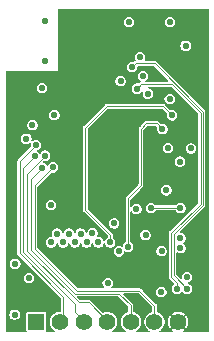
<source format=gbr>
%TF.GenerationSoftware,KiCad,Pcbnew,9.0.0*%
%TF.CreationDate,2025-04-27T20:43:47-05:00*%
%TF.ProjectId,ESP32_S3_CAM_wifi,45535033-325f-4533-935f-43414d5f7769,rev?*%
%TF.SameCoordinates,Original*%
%TF.FileFunction,Copper,L2,Inr*%
%TF.FilePolarity,Positive*%
%FSLAX46Y46*%
G04 Gerber Fmt 4.6, Leading zero omitted, Abs format (unit mm)*
G04 Created by KiCad (PCBNEW 9.0.0) date 2025-04-27 20:43:47*
%MOMM*%
%LPD*%
G01*
G04 APERTURE LIST*
%TA.AperFunction,ComponentPad*%
%ADD10C,0.500000*%
%TD*%
%TA.AperFunction,ComponentPad*%
%ADD11R,1.400000X1.400000*%
%TD*%
%TA.AperFunction,ComponentPad*%
%ADD12C,1.400000*%
%TD*%
%TA.AperFunction,ViaPad*%
%ADD13C,0.584200*%
%TD*%
%TA.AperFunction,Conductor*%
%ADD14C,0.101600*%
%TD*%
G04 APERTURE END LIST*
D10*
%TO.N,GND*%
%TO.C,U1*%
X159800000Y-81620000D03*
X159800000Y-82620000D03*
X159800000Y-83620000D03*
X160800000Y-81620000D03*
X160800000Y-82620000D03*
X160800000Y-83620000D03*
X161800000Y-81620000D03*
X161800000Y-82620000D03*
X161800000Y-83620000D03*
%TD*%
D11*
%TO.N,+BATT*%
%TO.C,J2*%
X154500000Y-97470000D03*
D12*
%TO.N,GPIO_1*%
X156500000Y-97470000D03*
%TO.N,GPIO_2*%
X158500000Y-97470000D03*
%TO.N,GPIO_3*%
X160500000Y-97470000D03*
%TO.N,GPIO_4*%
X162500000Y-97470000D03*
%TO.N,GPIO_5*%
X164500000Y-97470000D03*
%TO.N,GND*%
X166500000Y-97470000D03*
%TD*%
D13*
%TO.N,+3.3V*%
X163740000Y-90100000D03*
X167140000Y-74080000D03*
X160540000Y-94180000D03*
X154960000Y-77680000D03*
X167270000Y-93660000D03*
X165500000Y-86325000D03*
X156020000Y-79950000D03*
X166700000Y-90360000D03*
X161625000Y-77075000D03*
%TO.N,GPIO_1*%
X154460000Y-82510000D03*
%TO.N,GPIO_14*%
X157750000Y-90730000D03*
%TO.N,GPIO_11*%
X156250000Y-89990000D03*
%TO.N,SPICS0*%
X163280000Y-75060000D03*
X167580000Y-82780000D03*
%TO.N,GPIO_12*%
X156750000Y-90730000D03*
%TO.N,GND*%
X160800000Y-71400000D03*
X167680000Y-95790000D03*
X155000000Y-76600000D03*
X157140000Y-79000000D03*
X160480000Y-77610000D03*
X168340000Y-97440000D03*
X156750000Y-72400000D03*
X166030000Y-95850000D03*
X152630000Y-81000000D03*
X168470000Y-92910000D03*
X156750000Y-75400000D03*
X160800000Y-73400000D03*
X158800000Y-71400000D03*
X153520000Y-77340000D03*
X158800000Y-73400000D03*
X160800000Y-72400000D03*
X152480000Y-81970000D03*
X154000000Y-76600000D03*
X156750000Y-74400000D03*
X168530000Y-94550000D03*
X167610000Y-86680000D03*
X159800000Y-73400000D03*
X163425000Y-96025000D03*
X168410000Y-74450000D03*
X157800000Y-73400000D03*
X167610000Y-85090000D03*
X156750000Y-73400000D03*
X157800000Y-72400000D03*
X157800000Y-71400000D03*
X159800000Y-71400000D03*
X161410000Y-96040000D03*
X156750000Y-71400000D03*
X158800000Y-72400000D03*
X166500000Y-86325000D03*
X153520000Y-78280000D03*
X152620000Y-79900000D03*
X159800000Y-72400000D03*
X156000000Y-76600000D03*
%TO.N,GPIO_2*%
X154360000Y-83460000D03*
%TO.N,GPIO_38*%
X163940000Y-78140000D03*
%TO.N,GPIO_17*%
X159250000Y-89970000D03*
%TO.N,GPIO_3*%
X155245000Y-83395000D03*
%TO.N,GPIO_10*%
X155750000Y-90730000D03*
%TO.N,SPIWP*%
X165790000Y-78590000D03*
X166650000Y-83890000D03*
%TO.N,GPIO_13*%
X157250000Y-89990000D03*
%TO.N,CHIP_PU*%
X165823333Y-72080000D03*
X154170000Y-80800000D03*
%TO.N,unconnected-(AE1-NC-Pad2)*%
X155250000Y-72010000D03*
%TO.N,GPIO_0*%
X153650000Y-81950000D03*
X162330000Y-72080000D03*
%TO.N,SPIQ*%
X165650000Y-82730000D03*
X163530000Y-76630000D03*
%TO.N,Net-(C10-Pad1)*%
X166700000Y-91210000D03*
%TO.N,GPIO_48*%
X166000000Y-79975000D03*
X160750000Y-90730000D03*
%TO.N,GPIO_47*%
X162250000Y-91100000D03*
X165175000Y-81150000D03*
%TO.N,GPIO_16*%
X158750000Y-90730000D03*
%TO.N,AVCC_2V8*%
X161480000Y-91490000D03*
X165100000Y-91480000D03*
%TO.N,GPIO_40*%
X162600000Y-75880000D03*
X167270000Y-94660000D03*
%TO.N,GPIO_15*%
X158250000Y-89990000D03*
%TO.N,GPIO_18*%
X159750000Y-90730000D03*
%TO.N,GPIO_39*%
X166423333Y-94660000D03*
X163000000Y-77720000D03*
%TO.N,GPIO_4*%
X155000000Y-84450000D03*
%TO.N,USB-*%
X161090000Y-89130000D03*
%TO.N,USB+*%
X162970000Y-87910000D03*
%TO.N,GPIO_5*%
X155925000Y-84375000D03*
%TO.N,+BATT*%
X155750000Y-87560000D03*
X165075000Y-94925000D03*
%TO.N,VCC_1V3*%
X152710000Y-92540000D03*
%TO.N,Net-(J1-Pad17)*%
X166700000Y-87810000D03*
X164220000Y-87810000D03*
%TO.N,Net-(D1-K)*%
X153870000Y-93770000D03*
%TO.N,Net-(D2-K)*%
X152660000Y-96850000D03*
%TO.N,Net-(AE1-Pad1)*%
X155250000Y-75410000D03*
%TD*%
D14*
%TO.N,GPIO_1*%
X153090000Y-83880000D02*
X153090000Y-91665000D01*
X153090000Y-91665000D02*
X156760000Y-95335000D01*
X154460000Y-82510000D02*
X153090000Y-83880000D01*
X156760000Y-95335000D02*
X156760000Y-97140000D01*
X156760000Y-97140000D02*
X156500000Y-97400000D01*
%TO.N,GPIO_2*%
X158500000Y-97390000D02*
X158500000Y-97470000D01*
X157780000Y-96670000D02*
X158500000Y-97390000D01*
X154360000Y-83460000D02*
X153390000Y-84430000D01*
X153390000Y-91550000D02*
X157780000Y-95940000D01*
X158500000Y-97470000D02*
X158500000Y-97400000D01*
X157780000Y-95940000D02*
X157780000Y-96670000D01*
X153390000Y-84430000D02*
X153390000Y-91550000D01*
%TO.N,GPIO_3*%
X158107500Y-95820000D02*
X158920000Y-95820000D01*
X153720000Y-91432500D02*
X158107500Y-95820000D01*
X155245000Y-83395000D02*
X153720000Y-84920000D01*
X153720000Y-84920000D02*
X153720000Y-91432500D01*
X158920000Y-95820000D02*
X160500000Y-97400000D01*
%TO.N,GPIO_48*%
X158650000Y-81030000D02*
X160460000Y-79220000D01*
X165245000Y-79220000D02*
X166000000Y-79975000D01*
X160750000Y-90090000D02*
X158650000Y-87990000D01*
X158650000Y-87990000D02*
X158650000Y-81030000D01*
X160750000Y-90730000D02*
X160750000Y-90090000D01*
X160460000Y-79220000D02*
X165245000Y-79220000D01*
%TO.N,GPIO_47*%
X164695000Y-80670000D02*
X165175000Y-81150000D01*
X163350000Y-81130000D02*
X163810000Y-80670000D01*
X162250000Y-87000000D02*
X163350000Y-85900000D01*
X163350000Y-85900000D02*
X163350000Y-81130000D01*
X162250000Y-91100000D02*
X162250000Y-87000000D01*
X163810000Y-80670000D02*
X164695000Y-80670000D01*
%TO.N,GPIO_40*%
X166150000Y-93540000D02*
X167270000Y-94660000D01*
X168604200Y-79665418D02*
X168604200Y-87545800D01*
X168604200Y-87545800D02*
X166150000Y-90000000D01*
X162900000Y-75580000D02*
X164518782Y-75580000D01*
X164518782Y-75580000D02*
X168604200Y-79665418D01*
X162630000Y-75850000D02*
X162900000Y-75580000D01*
X166150000Y-90000000D02*
X166150000Y-93540000D01*
%TO.N,GPIO_39*%
X165900000Y-89950000D02*
X165900000Y-93650000D01*
X168400000Y-79750000D02*
X168400000Y-87450000D01*
X165900000Y-93650000D02*
X166423333Y-94173333D01*
X168400000Y-87450000D02*
X165900000Y-89950000D01*
X162980000Y-77720000D02*
X163350000Y-77350000D01*
X166423333Y-94173333D02*
X166423333Y-94660000D01*
X166000000Y-77350000D02*
X168400000Y-79750000D01*
X163350000Y-77350000D02*
X166000000Y-77350000D01*
%TO.N,GPIO_4*%
X154040000Y-85410000D02*
X154040000Y-91340000D01*
X154040000Y-91340000D02*
X157770000Y-95070000D01*
X157770000Y-95070000D02*
X161510000Y-95070000D01*
X162500000Y-96060000D02*
X162500000Y-97400000D01*
X155000000Y-84450000D02*
X154040000Y-85410000D01*
X161510000Y-95070000D02*
X162500000Y-96060000D01*
%TO.N,GPIO_5*%
X155925000Y-84375000D02*
X154380000Y-85920000D01*
X163230000Y-94830000D02*
X164500000Y-96100000D01*
X164500000Y-96100000D02*
X164500000Y-97400000D01*
X157955000Y-94830000D02*
X163230000Y-94830000D01*
X154380000Y-85920000D02*
X154380000Y-91255000D01*
X154380000Y-91255000D02*
X157955000Y-94830000D01*
%TO.N,Net-(J1-Pad17)*%
X164220000Y-87810000D02*
X166700000Y-87810000D01*
%TD*%
%TA.AperFunction,Conductor*%
%TO.N,GND*%
G36*
X169070238Y-70967593D02*
G01*
X169095958Y-71012142D01*
X169097100Y-71025200D01*
X169097100Y-98271900D01*
X169079507Y-98320238D01*
X169034958Y-98345958D01*
X169021900Y-98347100D01*
X166969508Y-98347100D01*
X166921170Y-98329507D01*
X166895450Y-98284958D01*
X166904383Y-98234300D01*
X166927729Y-98209374D01*
X167043370Y-98132104D01*
X167048855Y-98126618D01*
X167048855Y-98126617D01*
X166724502Y-97802264D01*
X166745606Y-97790080D01*
X166820080Y-97715606D01*
X166832264Y-97694501D01*
X167156618Y-98018855D01*
X167162104Y-98013370D01*
X167255385Y-97873765D01*
X167319640Y-97718639D01*
X167319641Y-97718637D01*
X167352400Y-97553955D01*
X167352400Y-97386044D01*
X167319641Y-97221362D01*
X167319640Y-97221360D01*
X167255385Y-97066234D01*
X167162105Y-96926630D01*
X167162097Y-96926621D01*
X167156620Y-96921144D01*
X167156618Y-96921144D01*
X166832264Y-97245497D01*
X166820080Y-97224394D01*
X166745606Y-97149920D01*
X166724501Y-97137735D01*
X167048855Y-96813381D01*
X167048855Y-96813379D01*
X167043378Y-96807902D01*
X167043369Y-96807894D01*
X166903765Y-96714614D01*
X166748639Y-96650359D01*
X166748637Y-96650358D01*
X166583956Y-96617600D01*
X166416044Y-96617600D01*
X166251362Y-96650358D01*
X166251360Y-96650359D01*
X166096234Y-96714614D01*
X165956633Y-96807893D01*
X165956625Y-96807899D01*
X165951143Y-96813380D01*
X166275498Y-97137735D01*
X166254394Y-97149920D01*
X166179920Y-97224394D01*
X166167735Y-97245498D01*
X165843380Y-96921144D01*
X165837899Y-96926625D01*
X165837893Y-96926633D01*
X165744614Y-97066234D01*
X165680359Y-97221360D01*
X165680358Y-97221362D01*
X165647600Y-97386044D01*
X165647600Y-97553955D01*
X165680358Y-97718637D01*
X165680359Y-97718639D01*
X165744614Y-97873765D01*
X165837894Y-98013369D01*
X165837902Y-98013378D01*
X165843379Y-98018855D01*
X165843381Y-98018855D01*
X166167735Y-97694500D01*
X166179920Y-97715606D01*
X166254394Y-97790080D01*
X166275497Y-97802264D01*
X165951144Y-98126618D01*
X165951144Y-98126620D01*
X165956621Y-98132097D01*
X165956630Y-98132105D01*
X166072271Y-98209374D01*
X166102688Y-98250857D01*
X166099323Y-98302187D01*
X166063752Y-98339345D01*
X166030492Y-98347100D01*
X164970408Y-98347100D01*
X164922070Y-98329507D01*
X164896350Y-98284958D01*
X164905283Y-98234300D01*
X164928627Y-98209374D01*
X165043692Y-98132491D01*
X165162491Y-98013692D01*
X165255830Y-97874000D01*
X165320124Y-97718782D01*
X165352900Y-97554003D01*
X165352900Y-97385997D01*
X165320124Y-97221218D01*
X165255830Y-97066000D01*
X165162491Y-96926308D01*
X165162488Y-96926305D01*
X165162486Y-96926302D01*
X165043697Y-96807513D01*
X165043694Y-96807511D01*
X165043692Y-96807509D01*
X164904000Y-96714170D01*
X164903261Y-96713864D01*
X164750122Y-96650431D01*
X164712197Y-96615678D01*
X164703700Y-96580955D01*
X164703700Y-96059482D01*
X164703700Y-96059481D01*
X164672689Y-95984613D01*
X164615387Y-95927311D01*
X164615386Y-95927310D01*
X163554490Y-94866415D01*
X164630000Y-94866415D01*
X164630000Y-94983585D01*
X164643428Y-95033700D01*
X164660326Y-95096766D01*
X164718910Y-95198236D01*
X164801763Y-95281089D01*
X164903233Y-95339673D01*
X164903235Y-95339673D01*
X164903236Y-95339674D01*
X165016415Y-95370000D01*
X165016418Y-95370000D01*
X165133582Y-95370000D01*
X165133585Y-95370000D01*
X165246764Y-95339674D01*
X165348236Y-95281089D01*
X165431089Y-95198236D01*
X165489674Y-95096764D01*
X165520000Y-94983585D01*
X165520000Y-94866415D01*
X165489674Y-94753236D01*
X165489673Y-94753235D01*
X165489673Y-94753233D01*
X165431089Y-94651763D01*
X165348236Y-94568910D01*
X165246766Y-94510326D01*
X165200486Y-94497926D01*
X165133585Y-94480000D01*
X165016415Y-94480000D01*
X164959825Y-94495163D01*
X164903233Y-94510326D01*
X164801763Y-94568910D01*
X164718910Y-94651763D01*
X164660326Y-94753233D01*
X164647944Y-94799446D01*
X164630000Y-94866415D01*
X163554490Y-94866415D01*
X163413265Y-94725190D01*
X163402689Y-94714613D01*
X163345387Y-94657311D01*
X163270519Y-94626300D01*
X163270518Y-94626300D01*
X160904574Y-94626300D01*
X160856236Y-94608707D01*
X160830516Y-94564158D01*
X160839449Y-94513500D01*
X160851400Y-94497926D01*
X160896089Y-94453236D01*
X160954673Y-94351766D01*
X160954674Y-94351764D01*
X160985000Y-94238585D01*
X160985000Y-94121415D01*
X160954674Y-94008236D01*
X160954673Y-94008235D01*
X160954673Y-94008233D01*
X160896089Y-93906763D01*
X160813236Y-93823910D01*
X160711766Y-93765326D01*
X160666492Y-93753195D01*
X160598585Y-93735000D01*
X160481415Y-93735000D01*
X160424825Y-93750163D01*
X160368233Y-93765326D01*
X160266763Y-93823910D01*
X160183910Y-93906763D01*
X160125326Y-94008233D01*
X160107524Y-94074673D01*
X160095000Y-94121415D01*
X160095000Y-94238585D01*
X160101747Y-94263764D01*
X160125326Y-94351766D01*
X160183910Y-94453236D01*
X160228600Y-94497926D01*
X160250340Y-94544546D01*
X160237026Y-94594233D01*
X160194889Y-94623738D01*
X160175426Y-94626300D01*
X158070524Y-94626300D01*
X158022186Y-94608707D01*
X158017350Y-94604274D01*
X154844491Y-91431415D01*
X161035000Y-91431415D01*
X161035000Y-91548585D01*
X161053195Y-91616492D01*
X161065326Y-91661766D01*
X161123910Y-91763236D01*
X161206763Y-91846089D01*
X161308233Y-91904673D01*
X161308235Y-91904673D01*
X161308236Y-91904674D01*
X161421415Y-91935000D01*
X161421418Y-91935000D01*
X161538582Y-91935000D01*
X161538585Y-91935000D01*
X161651764Y-91904674D01*
X161669085Y-91894674D01*
X161753236Y-91846089D01*
X161836089Y-91763236D01*
X161894673Y-91661766D01*
X161896486Y-91655000D01*
X161925000Y-91548585D01*
X161925000Y-91548576D01*
X161925283Y-91546430D01*
X161925888Y-91545267D01*
X161926275Y-91543824D01*
X161926594Y-91543909D01*
X161949035Y-91500802D01*
X161996559Y-91481117D01*
X162037438Y-91491119D01*
X162078236Y-91514674D01*
X162191415Y-91545000D01*
X162191418Y-91545000D01*
X162308582Y-91545000D01*
X162308585Y-91545000D01*
X162421764Y-91514674D01*
X162523236Y-91456089D01*
X162557910Y-91421415D01*
X164655000Y-91421415D01*
X164655000Y-91538585D01*
X164668517Y-91589031D01*
X164685326Y-91651766D01*
X164743910Y-91753236D01*
X164826763Y-91836089D01*
X164928233Y-91894673D01*
X164928235Y-91894673D01*
X164928236Y-91894674D01*
X165041415Y-91925000D01*
X165041418Y-91925000D01*
X165158582Y-91925000D01*
X165158585Y-91925000D01*
X165271764Y-91894674D01*
X165373236Y-91836089D01*
X165456089Y-91753236D01*
X165514673Y-91651766D01*
X165514674Y-91651764D01*
X165545000Y-91538585D01*
X165545000Y-91421415D01*
X165514674Y-91308236D01*
X165514673Y-91308235D01*
X165514673Y-91308233D01*
X165456089Y-91206763D01*
X165373236Y-91123910D01*
X165271766Y-91065326D01*
X165226492Y-91053195D01*
X165158585Y-91035000D01*
X165041415Y-91035000D01*
X164984825Y-91050163D01*
X164928233Y-91065326D01*
X164826763Y-91123910D01*
X164743910Y-91206763D01*
X164685326Y-91308233D01*
X164667910Y-91373235D01*
X164655000Y-91421415D01*
X162557910Y-91421415D01*
X162606089Y-91373236D01*
X162637844Y-91318236D01*
X162664673Y-91271766D01*
X162664674Y-91271764D01*
X162695000Y-91158585D01*
X162695000Y-91041415D01*
X162664674Y-90928236D01*
X162664673Y-90928235D01*
X162664673Y-90928233D01*
X162606089Y-90826763D01*
X162523236Y-90743910D01*
X162491300Y-90725472D01*
X162458235Y-90686067D01*
X162453700Y-90660347D01*
X162453700Y-90041415D01*
X163295000Y-90041415D01*
X163295000Y-90158585D01*
X163305821Y-90198969D01*
X163325326Y-90271766D01*
X163383910Y-90373236D01*
X163466763Y-90456089D01*
X163568233Y-90514673D01*
X163568235Y-90514673D01*
X163568236Y-90514674D01*
X163681415Y-90545000D01*
X163681418Y-90545000D01*
X163798582Y-90545000D01*
X163798585Y-90545000D01*
X163911764Y-90514674D01*
X164013236Y-90456089D01*
X164096089Y-90373236D01*
X164129096Y-90316067D01*
X164154673Y-90271766D01*
X164155841Y-90267407D01*
X164185000Y-90158585D01*
X164185000Y-90041415D01*
X164154674Y-89928236D01*
X164154673Y-89928235D01*
X164154673Y-89928233D01*
X164096089Y-89826763D01*
X164013236Y-89743910D01*
X163911766Y-89685326D01*
X163866492Y-89673195D01*
X163798585Y-89655000D01*
X163681415Y-89655000D01*
X163624825Y-89670163D01*
X163568233Y-89685326D01*
X163466763Y-89743910D01*
X163383910Y-89826763D01*
X163325326Y-89928233D01*
X163312899Y-89974613D01*
X163295000Y-90041415D01*
X162453700Y-90041415D01*
X162453700Y-88186393D01*
X162471293Y-88138055D01*
X162515842Y-88112335D01*
X162566500Y-88121268D01*
X162594025Y-88148793D01*
X162613910Y-88183236D01*
X162696763Y-88266089D01*
X162798233Y-88324673D01*
X162798235Y-88324673D01*
X162798236Y-88324674D01*
X162911415Y-88355000D01*
X162911418Y-88355000D01*
X163028582Y-88355000D01*
X163028585Y-88355000D01*
X163141764Y-88324674D01*
X163243236Y-88266089D01*
X163326089Y-88183236D01*
X163384674Y-88081764D01*
X163415000Y-87968585D01*
X163415000Y-87851415D01*
X163388205Y-87751415D01*
X163775000Y-87751415D01*
X163775000Y-87868585D01*
X163787729Y-87916089D01*
X163805326Y-87981766D01*
X163863910Y-88083236D01*
X163946763Y-88166089D01*
X164048233Y-88224673D01*
X164048235Y-88224673D01*
X164048236Y-88224674D01*
X164161415Y-88255000D01*
X164161418Y-88255000D01*
X164278582Y-88255000D01*
X164278585Y-88255000D01*
X164391764Y-88224674D01*
X164493236Y-88166089D01*
X164576089Y-88083236D01*
X164576939Y-88081764D01*
X164594528Y-88051300D01*
X164633933Y-88018235D01*
X164659653Y-88013700D01*
X166260347Y-88013700D01*
X166308685Y-88031293D01*
X166325472Y-88051300D01*
X166343910Y-88083236D01*
X166426763Y-88166089D01*
X166528233Y-88224673D01*
X166528235Y-88224673D01*
X166528236Y-88224674D01*
X166641415Y-88255000D01*
X166641418Y-88255000D01*
X166758582Y-88255000D01*
X166758585Y-88255000D01*
X166871764Y-88224674D01*
X166973236Y-88166089D01*
X167056089Y-88083236D01*
X167086526Y-88030517D01*
X167114673Y-87981766D01*
X167114674Y-87981764D01*
X167145000Y-87868585D01*
X167145000Y-87751415D01*
X167114674Y-87638236D01*
X167114673Y-87638235D01*
X167114673Y-87638233D01*
X167056089Y-87536763D01*
X166973236Y-87453910D01*
X166871766Y-87395326D01*
X166825068Y-87382814D01*
X166758585Y-87365000D01*
X166641415Y-87365000D01*
X166584825Y-87380163D01*
X166528233Y-87395326D01*
X166426763Y-87453910D01*
X166343910Y-87536763D01*
X166325472Y-87568700D01*
X166286067Y-87601765D01*
X166260347Y-87606300D01*
X164659653Y-87606300D01*
X164611315Y-87588707D01*
X164594528Y-87568700D01*
X164576089Y-87536763D01*
X164493236Y-87453910D01*
X164391766Y-87395326D01*
X164345068Y-87382814D01*
X164278585Y-87365000D01*
X164161415Y-87365000D01*
X164104825Y-87380163D01*
X164048233Y-87395326D01*
X163946763Y-87453910D01*
X163863910Y-87536763D01*
X163805326Y-87638233D01*
X163787632Y-87704271D01*
X163775000Y-87751415D01*
X163388205Y-87751415D01*
X163384674Y-87738236D01*
X163384673Y-87738234D01*
X163326089Y-87636763D01*
X163243236Y-87553910D01*
X163141766Y-87495326D01*
X163096492Y-87483195D01*
X163028585Y-87465000D01*
X162911415Y-87465000D01*
X162854825Y-87480163D01*
X162798233Y-87495326D01*
X162696763Y-87553910D01*
X162613910Y-87636763D01*
X162594025Y-87671206D01*
X162554620Y-87704271D01*
X162503180Y-87704271D01*
X162463775Y-87671206D01*
X162453700Y-87633606D01*
X162453700Y-87115522D01*
X162471293Y-87067184D01*
X162475715Y-87062359D01*
X163271659Y-86266415D01*
X165055000Y-86266415D01*
X165055000Y-86383585D01*
X165073195Y-86451492D01*
X165085326Y-86496766D01*
X165143910Y-86598236D01*
X165226763Y-86681089D01*
X165328233Y-86739673D01*
X165328235Y-86739673D01*
X165328236Y-86739674D01*
X165441415Y-86770000D01*
X165441418Y-86770000D01*
X165558582Y-86770000D01*
X165558585Y-86770000D01*
X165671764Y-86739674D01*
X165773236Y-86681089D01*
X165856089Y-86598236D01*
X165914674Y-86496764D01*
X165945000Y-86383585D01*
X165945000Y-86266415D01*
X165914674Y-86153236D01*
X165914673Y-86153235D01*
X165914673Y-86153233D01*
X165856089Y-86051763D01*
X165773236Y-85968910D01*
X165671766Y-85910326D01*
X165626492Y-85898195D01*
X165558585Y-85880000D01*
X165441415Y-85880000D01*
X165384825Y-85895163D01*
X165328233Y-85910326D01*
X165226763Y-85968910D01*
X165143910Y-86051763D01*
X165085326Y-86153233D01*
X165067130Y-86221143D01*
X165055000Y-86266415D01*
X163271659Y-86266415D01*
X163465385Y-86072689D01*
X163465387Y-86072689D01*
X163522689Y-86015387D01*
X163545416Y-85960519D01*
X163553701Y-85940519D01*
X163553701Y-85859481D01*
X163553700Y-85859478D01*
X163553700Y-83831415D01*
X166205000Y-83831415D01*
X166205000Y-83948585D01*
X166213570Y-83980569D01*
X166235326Y-84061766D01*
X166293910Y-84163236D01*
X166376763Y-84246089D01*
X166478233Y-84304673D01*
X166478235Y-84304673D01*
X166478236Y-84304674D01*
X166591415Y-84335000D01*
X166591418Y-84335000D01*
X166708582Y-84335000D01*
X166708585Y-84335000D01*
X166821764Y-84304674D01*
X166923236Y-84246089D01*
X167006089Y-84163236D01*
X167046114Y-84093911D01*
X167064673Y-84061766D01*
X167064674Y-84061764D01*
X167095000Y-83948585D01*
X167095000Y-83831415D01*
X167064674Y-83718236D01*
X167064673Y-83718235D01*
X167064673Y-83718233D01*
X167006089Y-83616763D01*
X166923236Y-83533910D01*
X166821766Y-83475326D01*
X166775363Y-83462893D01*
X166708585Y-83445000D01*
X166591415Y-83445000D01*
X166536643Y-83459676D01*
X166478233Y-83475326D01*
X166376763Y-83533910D01*
X166293910Y-83616763D01*
X166235326Y-83718233D01*
X166222899Y-83764613D01*
X166205000Y-83831415D01*
X163553700Y-83831415D01*
X163553700Y-82671415D01*
X165205000Y-82671415D01*
X165205000Y-82788585D01*
X165223195Y-82856492D01*
X165235326Y-82901766D01*
X165293910Y-83003236D01*
X165376763Y-83086089D01*
X165478233Y-83144673D01*
X165478235Y-83144673D01*
X165478236Y-83144674D01*
X165591415Y-83175000D01*
X165591418Y-83175000D01*
X165708582Y-83175000D01*
X165708585Y-83175000D01*
X165821764Y-83144674D01*
X165892368Y-83103911D01*
X165923236Y-83086089D01*
X166006089Y-83003236D01*
X166064673Y-82901766D01*
X166064674Y-82901764D01*
X166095000Y-82788585D01*
X166095000Y-82721415D01*
X167135000Y-82721415D01*
X167135000Y-82838585D01*
X167142370Y-82866089D01*
X167165326Y-82951766D01*
X167223910Y-83053236D01*
X167306763Y-83136089D01*
X167408233Y-83194673D01*
X167408235Y-83194673D01*
X167408236Y-83194674D01*
X167521415Y-83225000D01*
X167521418Y-83225000D01*
X167638582Y-83225000D01*
X167638585Y-83225000D01*
X167751764Y-83194674D01*
X167765465Y-83186764D01*
X167853236Y-83136089D01*
X167936089Y-83053236D01*
X167994673Y-82951766D01*
X167994674Y-82951764D01*
X168025000Y-82838585D01*
X168025000Y-82721415D01*
X167994674Y-82608236D01*
X167994673Y-82608235D01*
X167994673Y-82608233D01*
X167936089Y-82506763D01*
X167853236Y-82423910D01*
X167751766Y-82365326D01*
X167706492Y-82353195D01*
X167638585Y-82335000D01*
X167521415Y-82335000D01*
X167464825Y-82350163D01*
X167408233Y-82365326D01*
X167306763Y-82423910D01*
X167223910Y-82506763D01*
X167165326Y-82608233D01*
X167148397Y-82671415D01*
X167135000Y-82721415D01*
X166095000Y-82721415D01*
X166095000Y-82671415D01*
X166064674Y-82558236D01*
X166064673Y-82558235D01*
X166064673Y-82558233D01*
X166006089Y-82456763D01*
X165923236Y-82373910D01*
X165821766Y-82315326D01*
X165776492Y-82303195D01*
X165708585Y-82285000D01*
X165591415Y-82285000D01*
X165534825Y-82300163D01*
X165478233Y-82315326D01*
X165376763Y-82373910D01*
X165293910Y-82456763D01*
X165235326Y-82558233D01*
X165217130Y-82626143D01*
X165205000Y-82671415D01*
X163553700Y-82671415D01*
X163553700Y-81245524D01*
X163571293Y-81197186D01*
X163575726Y-81192349D01*
X163872351Y-80895725D01*
X163918971Y-80873986D01*
X163925525Y-80873700D01*
X164579477Y-80873700D01*
X164594904Y-80879315D01*
X164611258Y-80880746D01*
X164624702Y-80890160D01*
X164627815Y-80891293D01*
X164632650Y-80895725D01*
X164720080Y-80983155D01*
X164741820Y-81029775D01*
X164739544Y-81055789D01*
X164730000Y-81091413D01*
X164730000Y-81091415D01*
X164730000Y-81208585D01*
X164739898Y-81245524D01*
X164760326Y-81321766D01*
X164818910Y-81423236D01*
X164901763Y-81506089D01*
X165003233Y-81564673D01*
X165003235Y-81564673D01*
X165003236Y-81564674D01*
X165116415Y-81595000D01*
X165116418Y-81595000D01*
X165233582Y-81595000D01*
X165233585Y-81595000D01*
X165346764Y-81564674D01*
X165448236Y-81506089D01*
X165531089Y-81423236D01*
X165589674Y-81321764D01*
X165620000Y-81208585D01*
X165620000Y-81091415D01*
X165589674Y-80978236D01*
X165589673Y-80978235D01*
X165589673Y-80978233D01*
X165531089Y-80876763D01*
X165448236Y-80793910D01*
X165346766Y-80735326D01*
X165301492Y-80723195D01*
X165233585Y-80705000D01*
X165116415Y-80705000D01*
X165116414Y-80705000D01*
X165080789Y-80714544D01*
X165029545Y-80710059D01*
X165008155Y-80695080D01*
X164878266Y-80565191D01*
X164878265Y-80565189D01*
X164878265Y-80565190D01*
X164867689Y-80554613D01*
X164810387Y-80497311D01*
X164735519Y-80466300D01*
X163850518Y-80466300D01*
X163769481Y-80466300D01*
X163694613Y-80497311D01*
X163694612Y-80497312D01*
X163694607Y-80497315D01*
X163334614Y-80857310D01*
X163234614Y-80957310D01*
X163234613Y-80957311D01*
X163220160Y-80971764D01*
X163177313Y-81014610D01*
X163177312Y-81014612D01*
X163177311Y-81014613D01*
X163171031Y-81029775D01*
X163146300Y-81089482D01*
X163146300Y-85784476D01*
X163128707Y-85832814D01*
X163124274Y-85837650D01*
X162578342Y-86383582D01*
X162134614Y-86827310D01*
X162134613Y-86827311D01*
X162105963Y-86855961D01*
X162077313Y-86884610D01*
X162077312Y-86884612D01*
X162077311Y-86884613D01*
X162046300Y-86959481D01*
X162046300Y-86959482D01*
X162046300Y-90660347D01*
X162028707Y-90708685D01*
X162008700Y-90725472D01*
X161976763Y-90743910D01*
X161893910Y-90826763D01*
X161835326Y-90928233D01*
X161804998Y-91041424D01*
X161804714Y-91043580D01*
X161804109Y-91044740D01*
X161803725Y-91046176D01*
X161803406Y-91046090D01*
X161780955Y-91089205D01*
X161733428Y-91108883D01*
X161692559Y-91098879D01*
X161651765Y-91075326D01*
X161614443Y-91065326D01*
X161538585Y-91045000D01*
X161421415Y-91045000D01*
X161364825Y-91060163D01*
X161308233Y-91075326D01*
X161206763Y-91133910D01*
X161123910Y-91216763D01*
X161065326Y-91318233D01*
X161050589Y-91373235D01*
X161035000Y-91431415D01*
X154844491Y-91431415D01*
X154605726Y-91192650D01*
X154583986Y-91146030D01*
X154583700Y-91139476D01*
X154583700Y-90671415D01*
X155305000Y-90671415D01*
X155305000Y-90788585D01*
X155315230Y-90826763D01*
X155335326Y-90901766D01*
X155393910Y-91003236D01*
X155476763Y-91086089D01*
X155578233Y-91144673D01*
X155578235Y-91144673D01*
X155578236Y-91144674D01*
X155691415Y-91175000D01*
X155691418Y-91175000D01*
X155808582Y-91175000D01*
X155808585Y-91175000D01*
X155921764Y-91144674D01*
X156023236Y-91086089D01*
X156106089Y-91003236D01*
X156149392Y-90928233D01*
X156164673Y-90901766D01*
X156164674Y-90901764D01*
X156177363Y-90854407D01*
X156206867Y-90812272D01*
X156256554Y-90798958D01*
X156303174Y-90820697D01*
X156322636Y-90854406D01*
X156329549Y-90880207D01*
X156335326Y-90901766D01*
X156393910Y-91003236D01*
X156476763Y-91086089D01*
X156578233Y-91144673D01*
X156578235Y-91144673D01*
X156578236Y-91144674D01*
X156691415Y-91175000D01*
X156691418Y-91175000D01*
X156808582Y-91175000D01*
X156808585Y-91175000D01*
X156921764Y-91144674D01*
X157023236Y-91086089D01*
X157106089Y-91003236D01*
X157149392Y-90928233D01*
X157164673Y-90901766D01*
X157164674Y-90901764D01*
X157177363Y-90854407D01*
X157206867Y-90812272D01*
X157256554Y-90798958D01*
X157303174Y-90820697D01*
X157322636Y-90854406D01*
X157329549Y-90880207D01*
X157335326Y-90901766D01*
X157393910Y-91003236D01*
X157476763Y-91086089D01*
X157578233Y-91144673D01*
X157578235Y-91144673D01*
X157578236Y-91144674D01*
X157691415Y-91175000D01*
X157691418Y-91175000D01*
X157808582Y-91175000D01*
X157808585Y-91175000D01*
X157921764Y-91144674D01*
X158023236Y-91086089D01*
X158106089Y-91003236D01*
X158149392Y-90928233D01*
X158164673Y-90901766D01*
X158164674Y-90901764D01*
X158177363Y-90854407D01*
X158206867Y-90812272D01*
X158256554Y-90798958D01*
X158303174Y-90820697D01*
X158322636Y-90854406D01*
X158329549Y-90880207D01*
X158335326Y-90901766D01*
X158393910Y-91003236D01*
X158476763Y-91086089D01*
X158578233Y-91144673D01*
X158578235Y-91144673D01*
X158578236Y-91144674D01*
X158691415Y-91175000D01*
X158691418Y-91175000D01*
X158808582Y-91175000D01*
X158808585Y-91175000D01*
X158921764Y-91144674D01*
X159023236Y-91086089D01*
X159106089Y-91003236D01*
X159149392Y-90928233D01*
X159164673Y-90901766D01*
X159164674Y-90901764D01*
X159177363Y-90854407D01*
X159206867Y-90812272D01*
X159256554Y-90798958D01*
X159303174Y-90820697D01*
X159322636Y-90854406D01*
X159329549Y-90880207D01*
X159335326Y-90901766D01*
X159393910Y-91003236D01*
X159476763Y-91086089D01*
X159578233Y-91144673D01*
X159578235Y-91144673D01*
X159578236Y-91144674D01*
X159691415Y-91175000D01*
X159691418Y-91175000D01*
X159808582Y-91175000D01*
X159808585Y-91175000D01*
X159921764Y-91144674D01*
X160023236Y-91086089D01*
X160106089Y-91003236D01*
X160149392Y-90928233D01*
X160164673Y-90901766D01*
X160164674Y-90901764D01*
X160177363Y-90854407D01*
X160206867Y-90812272D01*
X160256554Y-90798958D01*
X160303174Y-90820697D01*
X160322636Y-90854406D01*
X160329549Y-90880207D01*
X160335326Y-90901766D01*
X160393910Y-91003236D01*
X160476763Y-91086089D01*
X160578233Y-91144673D01*
X160578235Y-91144673D01*
X160578236Y-91144674D01*
X160691415Y-91175000D01*
X160691418Y-91175000D01*
X160808582Y-91175000D01*
X160808585Y-91175000D01*
X160921764Y-91144674D01*
X161023236Y-91086089D01*
X161106089Y-91003236D01*
X161149392Y-90928233D01*
X161164673Y-90901766D01*
X161164674Y-90901764D01*
X161195000Y-90788585D01*
X161195000Y-90671415D01*
X161164674Y-90558236D01*
X161164673Y-90558234D01*
X161164673Y-90558233D01*
X161106089Y-90456763D01*
X161023236Y-90373910D01*
X160991300Y-90355472D01*
X160958235Y-90316067D01*
X160953700Y-90290347D01*
X160953700Y-90049482D01*
X160953700Y-90049481D01*
X160922689Y-89974613D01*
X160865387Y-89917311D01*
X160865386Y-89917310D01*
X160019491Y-89071415D01*
X160645000Y-89071415D01*
X160645000Y-89188585D01*
X160663195Y-89256492D01*
X160675326Y-89301766D01*
X160733910Y-89403236D01*
X160816763Y-89486089D01*
X160918233Y-89544673D01*
X160918235Y-89544673D01*
X160918236Y-89544674D01*
X161031415Y-89575000D01*
X161031418Y-89575000D01*
X161148582Y-89575000D01*
X161148585Y-89575000D01*
X161261764Y-89544674D01*
X161363236Y-89486089D01*
X161446089Y-89403236D01*
X161504674Y-89301764D01*
X161535000Y-89188585D01*
X161535000Y-89071415D01*
X161504674Y-88958236D01*
X161504673Y-88958235D01*
X161504673Y-88958233D01*
X161446089Y-88856763D01*
X161363236Y-88773910D01*
X161261766Y-88715326D01*
X161216492Y-88703195D01*
X161148585Y-88685000D01*
X161031415Y-88685000D01*
X160974825Y-88700163D01*
X160918233Y-88715326D01*
X160816763Y-88773910D01*
X160733910Y-88856763D01*
X160675326Y-88958233D01*
X160657130Y-89026143D01*
X160645000Y-89071415D01*
X160019491Y-89071415D01*
X158875726Y-87927650D01*
X158853986Y-87881030D01*
X158853700Y-87874476D01*
X158853700Y-81145523D01*
X158871293Y-81097185D01*
X158875726Y-81092349D01*
X160522349Y-79445726D01*
X160568969Y-79423986D01*
X160575523Y-79423700D01*
X165129477Y-79423700D01*
X165177815Y-79441293D01*
X165182639Y-79445714D01*
X165545081Y-79808157D01*
X165566820Y-79854776D01*
X165564544Y-79880791D01*
X165555000Y-79916414D01*
X165555000Y-79916415D01*
X165555000Y-80033585D01*
X165573195Y-80101492D01*
X165585326Y-80146766D01*
X165643910Y-80248236D01*
X165726763Y-80331089D01*
X165828233Y-80389673D01*
X165828235Y-80389673D01*
X165828236Y-80389674D01*
X165941415Y-80420000D01*
X165941418Y-80420000D01*
X166058582Y-80420000D01*
X166058585Y-80420000D01*
X166171764Y-80389674D01*
X166273236Y-80331089D01*
X166356089Y-80248236D01*
X166414674Y-80146764D01*
X166445000Y-80033585D01*
X166445000Y-79916415D01*
X166414674Y-79803236D01*
X166414673Y-79803235D01*
X166414673Y-79803233D01*
X166356089Y-79701763D01*
X166273236Y-79618910D01*
X166171766Y-79560326D01*
X166126492Y-79548195D01*
X166058585Y-79530000D01*
X165941415Y-79530000D01*
X165905791Y-79539544D01*
X165854547Y-79535059D01*
X165833156Y-79520080D01*
X165428266Y-79115191D01*
X165428265Y-79115189D01*
X165428265Y-79115190D01*
X165417689Y-79104613D01*
X165360387Y-79047311D01*
X165285519Y-79016300D01*
X165285518Y-79016300D01*
X160509279Y-79016300D01*
X160509271Y-79016299D01*
X160500519Y-79016299D01*
X160419482Y-79016299D01*
X160375624Y-79034465D01*
X160344613Y-79047310D01*
X160315962Y-79075961D01*
X160287311Y-79104613D01*
X160287310Y-79104614D01*
X158534614Y-80857310D01*
X158534613Y-80857311D01*
X158518224Y-80873700D01*
X158477313Y-80914610D01*
X158477312Y-80914612D01*
X158477311Y-80914613D01*
X158446300Y-80989481D01*
X158446300Y-88030519D01*
X158477311Y-88105387D01*
X158534613Y-88162689D01*
X158534614Y-88162689D01*
X158545190Y-88173265D01*
X160524274Y-90152349D01*
X160531211Y-90167225D01*
X160541765Y-90179803D01*
X160544615Y-90195970D01*
X160546014Y-90198969D01*
X160546300Y-90205523D01*
X160546300Y-90290347D01*
X160528707Y-90338685D01*
X160508700Y-90355472D01*
X160476763Y-90373910D01*
X160393910Y-90456763D01*
X160335326Y-90558234D01*
X160322638Y-90605590D01*
X160293133Y-90647727D01*
X160243446Y-90661041D01*
X160196826Y-90639302D01*
X160177362Y-90605590D01*
X160164673Y-90558234D01*
X160106089Y-90456763D01*
X160023236Y-90373910D01*
X159921766Y-90315326D01*
X159876492Y-90303195D01*
X159808585Y-90285000D01*
X159712227Y-90285000D01*
X159663889Y-90267407D01*
X159638169Y-90222858D01*
X159647102Y-90172200D01*
X159664673Y-90141765D01*
X159664674Y-90141764D01*
X159695000Y-90028585D01*
X159695000Y-89911415D01*
X159664674Y-89798236D01*
X159664673Y-89798235D01*
X159664673Y-89798233D01*
X159606089Y-89696763D01*
X159523236Y-89613910D01*
X159421766Y-89555326D01*
X159376492Y-89543195D01*
X159308585Y-89525000D01*
X159191415Y-89525000D01*
X159134825Y-89540163D01*
X159078233Y-89555326D01*
X158976763Y-89613910D01*
X158893910Y-89696763D01*
X158835327Y-89798233D01*
X158835326Y-89798235D01*
X158835326Y-89798236D01*
X158819958Y-89855591D01*
X158790453Y-89897727D01*
X158740766Y-89911041D01*
X158694145Y-89889301D01*
X158674683Y-89855591D01*
X158664674Y-89818236D01*
X158646424Y-89786626D01*
X158606089Y-89716763D01*
X158523236Y-89633910D01*
X158421766Y-89575326D01*
X158376492Y-89563195D01*
X158308585Y-89545000D01*
X158191415Y-89545000D01*
X158134825Y-89560163D01*
X158078233Y-89575326D01*
X157976763Y-89633910D01*
X157893910Y-89716763D01*
X157835326Y-89818234D01*
X157830938Y-89834612D01*
X157825318Y-89855589D01*
X157822638Y-89865590D01*
X157793133Y-89907727D01*
X157743446Y-89921041D01*
X157696826Y-89899302D01*
X157677362Y-89865590D01*
X157674683Y-89855591D01*
X157664674Y-89818236D01*
X157646424Y-89786626D01*
X157606089Y-89716763D01*
X157523236Y-89633910D01*
X157421766Y-89575326D01*
X157376492Y-89563195D01*
X157308585Y-89545000D01*
X157191415Y-89545000D01*
X157134825Y-89560163D01*
X157078233Y-89575326D01*
X156976763Y-89633910D01*
X156893910Y-89716763D01*
X156835326Y-89818234D01*
X156830938Y-89834612D01*
X156825318Y-89855589D01*
X156822638Y-89865590D01*
X156793133Y-89907727D01*
X156743446Y-89921041D01*
X156696826Y-89899302D01*
X156677362Y-89865590D01*
X156674683Y-89855591D01*
X156664674Y-89818236D01*
X156646424Y-89786626D01*
X156606089Y-89716763D01*
X156523236Y-89633910D01*
X156421766Y-89575326D01*
X156376492Y-89563195D01*
X156308585Y-89545000D01*
X156191415Y-89545000D01*
X156134825Y-89560163D01*
X156078233Y-89575326D01*
X155976763Y-89633910D01*
X155893910Y-89716763D01*
X155835326Y-89818233D01*
X155817130Y-89886143D01*
X155805000Y-89931415D01*
X155805000Y-90048585D01*
X155815230Y-90086763D01*
X155835326Y-90161765D01*
X155841351Y-90172200D01*
X155850284Y-90222858D01*
X155824564Y-90267406D01*
X155776226Y-90285000D01*
X155691415Y-90285000D01*
X155634825Y-90300163D01*
X155578233Y-90315326D01*
X155476763Y-90373910D01*
X155393910Y-90456763D01*
X155335326Y-90558233D01*
X155317130Y-90626143D01*
X155305000Y-90671415D01*
X154583700Y-90671415D01*
X154583700Y-87501415D01*
X155305000Y-87501415D01*
X155305000Y-87618585D01*
X155316415Y-87661187D01*
X155335326Y-87731766D01*
X155393910Y-87833236D01*
X155476763Y-87916089D01*
X155578233Y-87974673D01*
X155578235Y-87974673D01*
X155578236Y-87974674D01*
X155691415Y-88005000D01*
X155691418Y-88005000D01*
X155808582Y-88005000D01*
X155808585Y-88005000D01*
X155921764Y-87974674D01*
X155932311Y-87968585D01*
X156023236Y-87916089D01*
X156106089Y-87833236D01*
X156164673Y-87731766D01*
X156164674Y-87731764D01*
X156195000Y-87618585D01*
X156195000Y-87501415D01*
X156164674Y-87388236D01*
X156164673Y-87388235D01*
X156164673Y-87388233D01*
X156106089Y-87286763D01*
X156023236Y-87203910D01*
X155921766Y-87145326D01*
X155876492Y-87133195D01*
X155808585Y-87115000D01*
X155691415Y-87115000D01*
X155634825Y-87130163D01*
X155578233Y-87145326D01*
X155476763Y-87203910D01*
X155393910Y-87286763D01*
X155335326Y-87388233D01*
X155333426Y-87395326D01*
X155305000Y-87501415D01*
X154583700Y-87501415D01*
X154583700Y-86035522D01*
X154601293Y-85987184D01*
X154605715Y-85982359D01*
X155758156Y-84829917D01*
X155804775Y-84808178D01*
X155830787Y-84810453D01*
X155866415Y-84820000D01*
X155866418Y-84820000D01*
X155983582Y-84820000D01*
X155983585Y-84820000D01*
X156096764Y-84789674D01*
X156170141Y-84747310D01*
X156198236Y-84731089D01*
X156281089Y-84648236D01*
X156339673Y-84546766D01*
X156339674Y-84546764D01*
X156370000Y-84433585D01*
X156370000Y-84316415D01*
X156339674Y-84203236D01*
X156339673Y-84203235D01*
X156339673Y-84203233D01*
X156281089Y-84101763D01*
X156198236Y-84018910D01*
X156096766Y-83960326D01*
X156034673Y-83943689D01*
X155983585Y-83930000D01*
X155866415Y-83930000D01*
X155815327Y-83943689D01*
X155753233Y-83960326D01*
X155651763Y-84018910D01*
X155568910Y-84101763D01*
X155507861Y-84207505D01*
X155506671Y-84206818D01*
X155475869Y-84240420D01*
X155424868Y-84247124D01*
X155381489Y-84219477D01*
X155376037Y-84211315D01*
X155356089Y-84176764D01*
X155356088Y-84176762D01*
X155273236Y-84093910D01*
X155171765Y-84035326D01*
X155077522Y-84010074D01*
X155066659Y-84002467D01*
X155053852Y-83999036D01*
X155046246Y-83988174D01*
X155035385Y-83980569D01*
X155031953Y-83967761D01*
X155024347Y-83956899D01*
X155025502Y-83943689D01*
X155022071Y-83930882D01*
X155027675Y-83918864D01*
X155028831Y-83905655D01*
X155043808Y-83884265D01*
X155078156Y-83849917D01*
X155124775Y-83828178D01*
X155150787Y-83830453D01*
X155186415Y-83840000D01*
X155186418Y-83840000D01*
X155303582Y-83840000D01*
X155303585Y-83840000D01*
X155416764Y-83809674D01*
X155518236Y-83751089D01*
X155601089Y-83668236D01*
X155624988Y-83626842D01*
X155659673Y-83566766D01*
X155662210Y-83557298D01*
X155690000Y-83453585D01*
X155690000Y-83336415D01*
X155659674Y-83223236D01*
X155659673Y-83223235D01*
X155659673Y-83223233D01*
X155601089Y-83121763D01*
X155518236Y-83038910D01*
X155416766Y-82980326D01*
X155371492Y-82968195D01*
X155303585Y-82950000D01*
X155186415Y-82950000D01*
X155129825Y-82965163D01*
X155073233Y-82980326D01*
X154971763Y-83038910D01*
X154888910Y-83121763D01*
X154848861Y-83191131D01*
X154809456Y-83224196D01*
X154758016Y-83224196D01*
X154718611Y-83191131D01*
X154716089Y-83186763D01*
X154633236Y-83103910D01*
X154577955Y-83071994D01*
X154544890Y-83032589D01*
X154544890Y-82981149D01*
X154577955Y-82941744D01*
X154596086Y-82934233D01*
X154631764Y-82924674D01*
X154733236Y-82866089D01*
X154816089Y-82783236D01*
X154851780Y-82721417D01*
X154874673Y-82681766D01*
X154874674Y-82681764D01*
X154905000Y-82568585D01*
X154905000Y-82451415D01*
X154874674Y-82338236D01*
X154874673Y-82338235D01*
X154874673Y-82338233D01*
X154816089Y-82236763D01*
X154733236Y-82153910D01*
X154631766Y-82095326D01*
X154586492Y-82083195D01*
X154518585Y-82065000D01*
X154401415Y-82065000D01*
X154344825Y-82080163D01*
X154288233Y-82095326D01*
X154189365Y-82152408D01*
X154138706Y-82161340D01*
X154094158Y-82135620D01*
X154076565Y-82087283D01*
X154079125Y-82067829D01*
X154095000Y-82008585D01*
X154095000Y-81891415D01*
X154064674Y-81778236D01*
X154064673Y-81778235D01*
X154064673Y-81778233D01*
X154006089Y-81676763D01*
X153923236Y-81593910D01*
X153821766Y-81535326D01*
X153776492Y-81523195D01*
X153708585Y-81505000D01*
X153591415Y-81505000D01*
X153534825Y-81520163D01*
X153478233Y-81535326D01*
X153376763Y-81593910D01*
X153293910Y-81676763D01*
X153235326Y-81778233D01*
X153217130Y-81846143D01*
X153205000Y-81891415D01*
X153205000Y-82008585D01*
X153220116Y-82065000D01*
X153235326Y-82121766D01*
X153293910Y-82223236D01*
X153376763Y-82306089D01*
X153478233Y-82364673D01*
X153478235Y-82364673D01*
X153478236Y-82364674D01*
X153591415Y-82395000D01*
X153591418Y-82395000D01*
X153708582Y-82395000D01*
X153708585Y-82395000D01*
X153821764Y-82364674D01*
X153920634Y-82307590D01*
X153971292Y-82298658D01*
X154015840Y-82324378D01*
X154033434Y-82372716D01*
X154030872Y-82392178D01*
X154015000Y-82451416D01*
X154015000Y-82568584D01*
X154024544Y-82604208D01*
X154020059Y-82655452D01*
X154005080Y-82676843D01*
X153487251Y-83194673D01*
X152974614Y-83707310D01*
X152974613Y-83707311D01*
X152945963Y-83735961D01*
X152917313Y-83764610D01*
X152917312Y-83764612D01*
X152917311Y-83764613D01*
X152886300Y-83839481D01*
X152886300Y-91705519D01*
X152917311Y-91780387D01*
X152974613Y-91837689D01*
X152974614Y-91837689D01*
X152985190Y-91848265D01*
X156534274Y-95397349D01*
X156556014Y-95443969D01*
X156556300Y-95450523D01*
X156556300Y-96541900D01*
X156538707Y-96590238D01*
X156494158Y-96615958D01*
X156481100Y-96617100D01*
X156415996Y-96617100D01*
X156251220Y-96649875D01*
X156251218Y-96649876D01*
X156096001Y-96714169D01*
X155956305Y-96807511D01*
X155956302Y-96807513D01*
X155837513Y-96926302D01*
X155837511Y-96926305D01*
X155744169Y-97066001D01*
X155679876Y-97221218D01*
X155679875Y-97221220D01*
X155647100Y-97385996D01*
X155647100Y-97554003D01*
X155679875Y-97718779D01*
X155679876Y-97718781D01*
X155744072Y-97873765D01*
X155744170Y-97874000D01*
X155837509Y-98013692D01*
X155837511Y-98013694D01*
X155837513Y-98013697D01*
X155956302Y-98132486D01*
X155956305Y-98132488D01*
X155956308Y-98132491D01*
X156071371Y-98209373D01*
X156101788Y-98250857D01*
X156098423Y-98302186D01*
X156062852Y-98339345D01*
X156029592Y-98347100D01*
X155406245Y-98347100D01*
X155357907Y-98329507D01*
X155332187Y-98284958D01*
X155341120Y-98234300D01*
X155343709Y-98230134D01*
X155344028Y-98229658D01*
X155352900Y-98185057D01*
X155352899Y-96754944D01*
X155344028Y-96710342D01*
X155334013Y-96695354D01*
X155310235Y-96659767D01*
X155296263Y-96650431D01*
X155259658Y-96625972D01*
X155259656Y-96625971D01*
X155215057Y-96617100D01*
X153784944Y-96617100D01*
X153784942Y-96617101D01*
X153740340Y-96625972D01*
X153689767Y-96659764D01*
X153655972Y-96710342D01*
X153655971Y-96710343D01*
X153647100Y-96754942D01*
X153647100Y-98185055D01*
X153647101Y-98185057D01*
X153655972Y-98229658D01*
X153656280Y-98230119D01*
X153656449Y-98230811D01*
X153658807Y-98236504D01*
X153657931Y-98236866D01*
X153668508Y-98280084D01*
X153645759Y-98326220D01*
X153598676Y-98346939D01*
X153593755Y-98347100D01*
X151978100Y-98347100D01*
X151929762Y-98329507D01*
X151904042Y-98284958D01*
X151902900Y-98271900D01*
X151902900Y-96791415D01*
X152215000Y-96791415D01*
X152215000Y-96908585D01*
X152224002Y-96942180D01*
X152245326Y-97021766D01*
X152303910Y-97123236D01*
X152386763Y-97206089D01*
X152488233Y-97264673D01*
X152488235Y-97264673D01*
X152488236Y-97264674D01*
X152601415Y-97295000D01*
X152601418Y-97295000D01*
X152718582Y-97295000D01*
X152718585Y-97295000D01*
X152831764Y-97264674D01*
X152906783Y-97221362D01*
X152933236Y-97206089D01*
X153016089Y-97123236D01*
X153074673Y-97021766D01*
X153074674Y-97021764D01*
X153105000Y-96908585D01*
X153105000Y-96791415D01*
X153074674Y-96678236D01*
X153074673Y-96678235D01*
X153074673Y-96678233D01*
X153016089Y-96576763D01*
X152933236Y-96493910D01*
X152831766Y-96435326D01*
X152786492Y-96423195D01*
X152718585Y-96405000D01*
X152601415Y-96405000D01*
X152544825Y-96420163D01*
X152488233Y-96435326D01*
X152386763Y-96493910D01*
X152303910Y-96576763D01*
X152245326Y-96678233D01*
X152230141Y-96734907D01*
X152215000Y-96791415D01*
X151902900Y-96791415D01*
X151902900Y-93711415D01*
X153425000Y-93711415D01*
X153425000Y-93828585D01*
X153443195Y-93896492D01*
X153455326Y-93941766D01*
X153513910Y-94043236D01*
X153596763Y-94126089D01*
X153698233Y-94184673D01*
X153698235Y-94184673D01*
X153698236Y-94184674D01*
X153811415Y-94215000D01*
X153811418Y-94215000D01*
X153928582Y-94215000D01*
X153928585Y-94215000D01*
X154041764Y-94184674D01*
X154095853Y-94153446D01*
X154143236Y-94126089D01*
X154226089Y-94043236D01*
X154284673Y-93941766D01*
X154294052Y-93906763D01*
X154315000Y-93828585D01*
X154315000Y-93711415D01*
X154284674Y-93598236D01*
X154284673Y-93598235D01*
X154284673Y-93598233D01*
X154226089Y-93496763D01*
X154143236Y-93413910D01*
X154041766Y-93355326D01*
X153996492Y-93343195D01*
X153928585Y-93325000D01*
X153811415Y-93325000D01*
X153754825Y-93340163D01*
X153698233Y-93355326D01*
X153596763Y-93413910D01*
X153513910Y-93496763D01*
X153455326Y-93598233D01*
X153437130Y-93666143D01*
X153425000Y-93711415D01*
X151902900Y-93711415D01*
X151902900Y-92481415D01*
X152265000Y-92481415D01*
X152265000Y-92598585D01*
X152283195Y-92666492D01*
X152295326Y-92711766D01*
X152353910Y-92813236D01*
X152436763Y-92896089D01*
X152538233Y-92954673D01*
X152538235Y-92954673D01*
X152538236Y-92954674D01*
X152651415Y-92985000D01*
X152651418Y-92985000D01*
X152768582Y-92985000D01*
X152768585Y-92985000D01*
X152881764Y-92954674D01*
X152983236Y-92896089D01*
X153066089Y-92813236D01*
X153124674Y-92711764D01*
X153155000Y-92598585D01*
X153155000Y-92481415D01*
X153124674Y-92368236D01*
X153124673Y-92368235D01*
X153124673Y-92368233D01*
X153066089Y-92266763D01*
X152983236Y-92183910D01*
X152881766Y-92125326D01*
X152836492Y-92113195D01*
X152768585Y-92095000D01*
X152651415Y-92095000D01*
X152594825Y-92110163D01*
X152538233Y-92125326D01*
X152436763Y-92183910D01*
X152353910Y-92266763D01*
X152295326Y-92368233D01*
X152277130Y-92436143D01*
X152265000Y-92481415D01*
X151902900Y-92481415D01*
X151902900Y-80741415D01*
X153725000Y-80741415D01*
X153725000Y-80858585D01*
X153733764Y-80891293D01*
X153755326Y-80971766D01*
X153813910Y-81073236D01*
X153896763Y-81156089D01*
X153998233Y-81214673D01*
X153998235Y-81214673D01*
X153998236Y-81214674D01*
X154111415Y-81245000D01*
X154111418Y-81245000D01*
X154228582Y-81245000D01*
X154228585Y-81245000D01*
X154341764Y-81214674D01*
X154352311Y-81208585D01*
X154443236Y-81156089D01*
X154526089Y-81073236D01*
X154584673Y-80971766D01*
X154588546Y-80957312D01*
X154615000Y-80858585D01*
X154615000Y-80741415D01*
X154584674Y-80628236D01*
X154584673Y-80628235D01*
X154584673Y-80628233D01*
X154526089Y-80526763D01*
X154443236Y-80443910D01*
X154341766Y-80385326D01*
X154296492Y-80373195D01*
X154228585Y-80355000D01*
X154111415Y-80355000D01*
X154054825Y-80370163D01*
X153998233Y-80385326D01*
X153896763Y-80443910D01*
X153813910Y-80526763D01*
X153755326Y-80628233D01*
X153737415Y-80695080D01*
X153725000Y-80741415D01*
X151902900Y-80741415D01*
X151902900Y-79891415D01*
X155575000Y-79891415D01*
X155575000Y-80008585D01*
X155581698Y-80033582D01*
X155605326Y-80121766D01*
X155663910Y-80223236D01*
X155746763Y-80306089D01*
X155848233Y-80364673D01*
X155848235Y-80364673D01*
X155848236Y-80364674D01*
X155961415Y-80395000D01*
X155961418Y-80395000D01*
X156078582Y-80395000D01*
X156078585Y-80395000D01*
X156191764Y-80364674D01*
X156293236Y-80306089D01*
X156376089Y-80223236D01*
X156434674Y-80121764D01*
X156465000Y-80008585D01*
X156465000Y-79891415D01*
X156434674Y-79778236D01*
X156434673Y-79778235D01*
X156434673Y-79778233D01*
X156376089Y-79676763D01*
X156293236Y-79593910D01*
X156191766Y-79535326D01*
X156146492Y-79523195D01*
X156078585Y-79505000D01*
X155961415Y-79505000D01*
X155905135Y-79520080D01*
X155848233Y-79535326D01*
X155746763Y-79593910D01*
X155663910Y-79676763D01*
X155605326Y-79778233D01*
X155590284Y-79834375D01*
X155575000Y-79891415D01*
X151902900Y-79891415D01*
X151902900Y-77621415D01*
X154515000Y-77621415D01*
X154515000Y-77738585D01*
X154525717Y-77778582D01*
X154545326Y-77851766D01*
X154603910Y-77953236D01*
X154686763Y-78036089D01*
X154788233Y-78094673D01*
X154788235Y-78094673D01*
X154788236Y-78094674D01*
X154901415Y-78125000D01*
X154901418Y-78125000D01*
X155018582Y-78125000D01*
X155018585Y-78125000D01*
X155131764Y-78094674D01*
X155154728Y-78081416D01*
X155233236Y-78036089D01*
X155316089Y-77953236D01*
X155374673Y-77851766D01*
X155374674Y-77851764D01*
X155405000Y-77738585D01*
X155405000Y-77621415D01*
X155374674Y-77508236D01*
X155374673Y-77508235D01*
X155374673Y-77508233D01*
X155316089Y-77406763D01*
X155233236Y-77323910D01*
X155131766Y-77265326D01*
X155086492Y-77253195D01*
X155018585Y-77235000D01*
X154901415Y-77235000D01*
X154844825Y-77250163D01*
X154788233Y-77265326D01*
X154686763Y-77323910D01*
X154603910Y-77406763D01*
X154545326Y-77508233D01*
X154534609Y-77548233D01*
X154515000Y-77621415D01*
X151902900Y-77621415D01*
X151902900Y-77016415D01*
X161180000Y-77016415D01*
X161180000Y-77133585D01*
X161191717Y-77177313D01*
X161210326Y-77246766D01*
X161268910Y-77348236D01*
X161351763Y-77431089D01*
X161453233Y-77489673D01*
X161453235Y-77489673D01*
X161453236Y-77489674D01*
X161566415Y-77520000D01*
X161566418Y-77520000D01*
X161683582Y-77520000D01*
X161683585Y-77520000D01*
X161796764Y-77489674D01*
X161898236Y-77431089D01*
X161981089Y-77348236D01*
X162013814Y-77291555D01*
X162039673Y-77246766D01*
X162042929Y-77234615D01*
X162070000Y-77133585D01*
X162070000Y-77016415D01*
X162039674Y-76903236D01*
X162039673Y-76903235D01*
X162039673Y-76903233D01*
X161981089Y-76801763D01*
X161898236Y-76718910D01*
X161796766Y-76660326D01*
X161751492Y-76648195D01*
X161683585Y-76630000D01*
X161566415Y-76630000D01*
X161509825Y-76645163D01*
X161453233Y-76660326D01*
X161351763Y-76718910D01*
X161268910Y-76801763D01*
X161210326Y-76903233D01*
X161192130Y-76971143D01*
X161180000Y-77016415D01*
X151902900Y-77016415D01*
X151902900Y-76275200D01*
X151920493Y-76226862D01*
X151965042Y-76201142D01*
X151978100Y-76200000D01*
X156300000Y-76200000D01*
X156300000Y-75821415D01*
X162155000Y-75821415D01*
X162155000Y-75938585D01*
X162173195Y-76006492D01*
X162185326Y-76051766D01*
X162243910Y-76153236D01*
X162326763Y-76236089D01*
X162428233Y-76294673D01*
X162428235Y-76294673D01*
X162428236Y-76294674D01*
X162541415Y-76325000D01*
X162541418Y-76325000D01*
X162658582Y-76325000D01*
X162658585Y-76325000D01*
X162771764Y-76294674D01*
X162873236Y-76236089D01*
X162956089Y-76153236D01*
X163014674Y-76051764D01*
X163045000Y-75938585D01*
X163045000Y-75858900D01*
X163062593Y-75810562D01*
X163107142Y-75784842D01*
X163120200Y-75783700D01*
X164403259Y-75783700D01*
X164451597Y-75801293D01*
X164456433Y-75805726D01*
X165668633Y-77017926D01*
X165690373Y-77064546D01*
X165677059Y-77114233D01*
X165634922Y-77143738D01*
X165615459Y-77146300D01*
X163806393Y-77146300D01*
X163758055Y-77128707D01*
X163732335Y-77084158D01*
X163741268Y-77033500D01*
X163768793Y-77005975D01*
X163803236Y-76986089D01*
X163886089Y-76903236D01*
X163944673Y-76801766D01*
X163966874Y-76718911D01*
X163975000Y-76688585D01*
X163975000Y-76571415D01*
X163944674Y-76458236D01*
X163944673Y-76458235D01*
X163944673Y-76458233D01*
X163886089Y-76356763D01*
X163803236Y-76273910D01*
X163701766Y-76215326D01*
X163644566Y-76200000D01*
X163588585Y-76185000D01*
X163471415Y-76185000D01*
X163415434Y-76200000D01*
X163358233Y-76215326D01*
X163256763Y-76273910D01*
X163173910Y-76356763D01*
X163115326Y-76458233D01*
X163097130Y-76526143D01*
X163085000Y-76571415D01*
X163085000Y-76688585D01*
X163093126Y-76718911D01*
X163115326Y-76801766D01*
X163173910Y-76903236D01*
X163256763Y-76986089D01*
X163308298Y-77015843D01*
X163341363Y-77055248D01*
X163341363Y-77106688D01*
X163308298Y-77146093D01*
X163299476Y-77150443D01*
X163234616Y-77177309D01*
X163234610Y-77177313D01*
X163205961Y-77205963D01*
X163177311Y-77234613D01*
X163177309Y-77234615D01*
X163151068Y-77260855D01*
X163104448Y-77282594D01*
X163078434Y-77280318D01*
X163058585Y-77275000D01*
X162941415Y-77275000D01*
X162884825Y-77290163D01*
X162828233Y-77305326D01*
X162726763Y-77363910D01*
X162643910Y-77446763D01*
X162585326Y-77548233D01*
X162567211Y-77615842D01*
X162555000Y-77661415D01*
X162555000Y-77778585D01*
X162571551Y-77840356D01*
X162585326Y-77891766D01*
X162643910Y-77993236D01*
X162726763Y-78076089D01*
X162828233Y-78134673D01*
X162828235Y-78134673D01*
X162828236Y-78134674D01*
X162941415Y-78165000D01*
X162941418Y-78165000D01*
X163058582Y-78165000D01*
X163058585Y-78165000D01*
X163171764Y-78134674D01*
X163273236Y-78076089D01*
X163356089Y-77993236D01*
X163373788Y-77962579D01*
X163413193Y-77929514D01*
X163464633Y-77929514D01*
X163504039Y-77962578D01*
X163512972Y-78013236D01*
X163511552Y-78019641D01*
X163495000Y-78081415D01*
X163495000Y-78198585D01*
X163504466Y-78233911D01*
X163525326Y-78311766D01*
X163583910Y-78413236D01*
X163666763Y-78496089D01*
X163768233Y-78554673D01*
X163768235Y-78554673D01*
X163768236Y-78554674D01*
X163881415Y-78585000D01*
X163881418Y-78585000D01*
X163998582Y-78585000D01*
X163998585Y-78585000D01*
X164111764Y-78554674D01*
X164152050Y-78531415D01*
X165345000Y-78531415D01*
X165345000Y-78648585D01*
X165363195Y-78716492D01*
X165375326Y-78761766D01*
X165433910Y-78863236D01*
X165516763Y-78946089D01*
X165618233Y-79004673D01*
X165618235Y-79004673D01*
X165618236Y-79004674D01*
X165731415Y-79035000D01*
X165731418Y-79035000D01*
X165848582Y-79035000D01*
X165848585Y-79035000D01*
X165961764Y-79004674D01*
X166063236Y-78946089D01*
X166146089Y-78863236D01*
X166204674Y-78761764D01*
X166235000Y-78648585D01*
X166235000Y-78531415D01*
X166204674Y-78418236D01*
X166204673Y-78418235D01*
X166204673Y-78418233D01*
X166146089Y-78316763D01*
X166063236Y-78233910D01*
X165961766Y-78175326D01*
X165916492Y-78163195D01*
X165848585Y-78145000D01*
X165731415Y-78145000D01*
X165674825Y-78160163D01*
X165618233Y-78175326D01*
X165516763Y-78233910D01*
X165433910Y-78316763D01*
X165375326Y-78418233D01*
X165357130Y-78486143D01*
X165345000Y-78531415D01*
X164152050Y-78531415D01*
X164213236Y-78496089D01*
X164236014Y-78473312D01*
X164296089Y-78413236D01*
X164354673Y-78311766D01*
X164375534Y-78233911D01*
X164385000Y-78198585D01*
X164385000Y-78081415D01*
X164354674Y-77968236D01*
X164354673Y-77968235D01*
X164354673Y-77968233D01*
X164296089Y-77866763D01*
X164213236Y-77783910D01*
X164111766Y-77725326D01*
X164070724Y-77714329D01*
X164022981Y-77701536D01*
X163980846Y-77672033D01*
X163967532Y-77622346D01*
X163989271Y-77575726D01*
X164035892Y-77553986D01*
X164042446Y-77553700D01*
X165884477Y-77553700D01*
X165932815Y-77571293D01*
X165937651Y-77575726D01*
X168174274Y-79812349D01*
X168196014Y-79858969D01*
X168196300Y-79865523D01*
X168196300Y-87334476D01*
X168178707Y-87382814D01*
X168174274Y-87387650D01*
X166876924Y-88685000D01*
X165784614Y-89777310D01*
X165784613Y-89777311D01*
X165763691Y-89798233D01*
X165727313Y-89834610D01*
X165727312Y-89834612D01*
X165727311Y-89834613D01*
X165696300Y-89909481D01*
X165696300Y-93690519D01*
X165727311Y-93765387D01*
X165784613Y-93822689D01*
X165784614Y-93822689D01*
X165795190Y-93833265D01*
X166154951Y-94193026D01*
X166176691Y-94239646D01*
X166163377Y-94289333D01*
X166153162Y-94300005D01*
X166153582Y-94300425D01*
X166067243Y-94386763D01*
X166008659Y-94488233D01*
X165995837Y-94536089D01*
X165978333Y-94601415D01*
X165978333Y-94718585D01*
X165987617Y-94753233D01*
X166008659Y-94831766D01*
X166067243Y-94933236D01*
X166150096Y-95016089D01*
X166251566Y-95074673D01*
X166251568Y-95074673D01*
X166251569Y-95074674D01*
X166364748Y-95105000D01*
X166364751Y-95105000D01*
X166481915Y-95105000D01*
X166481918Y-95105000D01*
X166595097Y-95074674D01*
X166610525Y-95065767D01*
X166696569Y-95016089D01*
X166779422Y-94933236D01*
X166781539Y-94929570D01*
X166820942Y-94896503D01*
X166872382Y-94896500D01*
X166911789Y-94929562D01*
X166911790Y-94929563D01*
X166913911Y-94933237D01*
X166996763Y-95016089D01*
X167098233Y-95074673D01*
X167098235Y-95074673D01*
X167098236Y-95074674D01*
X167211415Y-95105000D01*
X167211418Y-95105000D01*
X167328582Y-95105000D01*
X167328585Y-95105000D01*
X167441764Y-95074674D01*
X167457192Y-95065767D01*
X167543236Y-95016089D01*
X167626089Y-94933236D01*
X167684673Y-94831766D01*
X167684674Y-94831764D01*
X167715000Y-94718585D01*
X167715000Y-94601415D01*
X167684674Y-94488236D01*
X167684673Y-94488235D01*
X167684673Y-94488233D01*
X167626089Y-94386763D01*
X167543236Y-94303910D01*
X167441766Y-94245326D01*
X167416595Y-94238582D01*
X167394407Y-94232636D01*
X167352272Y-94203133D01*
X167338958Y-94153446D01*
X167360697Y-94106826D01*
X167394406Y-94087363D01*
X167441764Y-94074674D01*
X167543236Y-94016089D01*
X167626089Y-93933236D01*
X167641373Y-93906763D01*
X167684673Y-93831766D01*
X167684674Y-93831764D01*
X167715000Y-93718585D01*
X167715000Y-93601415D01*
X167684674Y-93488236D01*
X167684673Y-93488235D01*
X167684673Y-93488233D01*
X167626089Y-93386763D01*
X167543236Y-93303910D01*
X167441766Y-93245326D01*
X167396492Y-93233195D01*
X167328585Y-93215000D01*
X167211415Y-93215000D01*
X167154825Y-93230163D01*
X167098233Y-93245326D01*
X166996763Y-93303910D01*
X166913910Y-93386763D01*
X166855326Y-93488233D01*
X166837130Y-93556143D01*
X166825000Y-93601415D01*
X166825000Y-93601417D01*
X166825000Y-93718585D01*
X166828620Y-93732097D01*
X166824135Y-93783341D01*
X166787760Y-93819713D01*
X166736516Y-93824195D01*
X166702808Y-93804732D01*
X166375726Y-93477650D01*
X166353986Y-93431030D01*
X166353700Y-93424476D01*
X166353700Y-91654156D01*
X166371293Y-91605818D01*
X166415842Y-91580098D01*
X166466500Y-91589031D01*
X166528234Y-91624673D01*
X166528236Y-91624674D01*
X166641415Y-91655000D01*
X166641418Y-91655000D01*
X166758582Y-91655000D01*
X166758585Y-91655000D01*
X166871764Y-91624674D01*
X166904424Y-91605818D01*
X166973236Y-91566089D01*
X167056089Y-91483236D01*
X167114673Y-91381766D01*
X167116959Y-91373235D01*
X167145000Y-91268585D01*
X167145000Y-91151415D01*
X167114674Y-91038236D01*
X167114673Y-91038235D01*
X167114673Y-91038233D01*
X167056089Y-90936763D01*
X166973236Y-90853910D01*
X166966681Y-90850126D01*
X166933615Y-90810722D01*
X166933613Y-90759282D01*
X166966677Y-90719876D01*
X166966681Y-90719874D01*
X166973236Y-90716089D01*
X167056089Y-90633236D01*
X167114673Y-90531766D01*
X167119253Y-90514673D01*
X167145000Y-90418585D01*
X167145000Y-90301415D01*
X167114674Y-90188236D01*
X167114673Y-90188235D01*
X167114673Y-90188233D01*
X167056089Y-90086763D01*
X166973236Y-90003910D01*
X166871766Y-89945326D01*
X166826492Y-89933195D01*
X166758585Y-89915000D01*
X166704622Y-89915000D01*
X166656284Y-89897407D01*
X166630564Y-89852858D01*
X166639497Y-89802200D01*
X166651448Y-89786626D01*
X167136310Y-89301764D01*
X168719585Y-87718489D01*
X168719587Y-87718489D01*
X168776889Y-87661187D01*
X168787005Y-87636764D01*
X168807901Y-87586319D01*
X168807901Y-87505281D01*
X168807901Y-87499226D01*
X168807900Y-87499212D01*
X168807900Y-79714697D01*
X168807901Y-79714688D01*
X168807901Y-79624901D01*
X168805419Y-79618910D01*
X168776889Y-79550032D01*
X168776889Y-79550031D01*
X168719587Y-79492729D01*
X168715300Y-79488442D01*
X168715293Y-79488436D01*
X164702048Y-75475191D01*
X164702047Y-75475189D01*
X164702047Y-75475190D01*
X164691471Y-75464613D01*
X164634169Y-75407311D01*
X164559301Y-75376300D01*
X164559300Y-75376300D01*
X163741477Y-75376300D01*
X163693139Y-75358707D01*
X163667419Y-75314158D01*
X163676352Y-75263501D01*
X163694672Y-75231768D01*
X163694672Y-75231766D01*
X163694674Y-75231764D01*
X163725000Y-75118585D01*
X163725000Y-75001415D01*
X163694674Y-74888236D01*
X163694673Y-74888235D01*
X163694673Y-74888233D01*
X163636089Y-74786763D01*
X163553236Y-74703910D01*
X163451766Y-74645326D01*
X163406492Y-74633195D01*
X163338585Y-74615000D01*
X163221415Y-74615000D01*
X163164825Y-74630163D01*
X163108233Y-74645326D01*
X163006763Y-74703910D01*
X162923910Y-74786763D01*
X162865326Y-74888233D01*
X162847130Y-74956143D01*
X162835000Y-75001415D01*
X162835000Y-75118585D01*
X162865326Y-75231764D01*
X162888666Y-75272191D01*
X162892113Y-75291747D01*
X162898737Y-75310470D01*
X162896478Y-75316504D01*
X162897597Y-75322849D01*
X162887668Y-75340045D01*
X162880707Y-75358647D01*
X162874200Y-75363372D01*
X162871877Y-75367397D01*
X162860549Y-75375253D01*
X162856552Y-75377512D01*
X162815625Y-75394465D01*
X162784613Y-75407311D01*
X162759597Y-75432325D01*
X162750677Y-75437369D01*
X162734804Y-75440019D01*
X162720220Y-75446820D01*
X162703069Y-75445319D01*
X162699940Y-75445842D01*
X162698353Y-75444906D01*
X162694207Y-75444544D01*
X162658585Y-75435000D01*
X162541415Y-75435000D01*
X162497302Y-75446820D01*
X162428233Y-75465326D01*
X162326763Y-75523910D01*
X162243910Y-75606763D01*
X162185326Y-75708233D01*
X162167130Y-75776143D01*
X162155000Y-75821415D01*
X156300000Y-75821415D01*
X156300000Y-74021415D01*
X166695000Y-74021415D01*
X166695000Y-74138585D01*
X166713195Y-74206492D01*
X166725326Y-74251766D01*
X166783910Y-74353236D01*
X166866763Y-74436089D01*
X166968233Y-74494673D01*
X166968235Y-74494673D01*
X166968236Y-74494674D01*
X167081415Y-74525000D01*
X167081418Y-74525000D01*
X167198582Y-74525000D01*
X167198585Y-74525000D01*
X167311764Y-74494674D01*
X167413236Y-74436089D01*
X167496089Y-74353236D01*
X167554674Y-74251764D01*
X167585000Y-74138585D01*
X167585000Y-74021415D01*
X167554674Y-73908236D01*
X167554673Y-73908235D01*
X167554673Y-73908233D01*
X167496089Y-73806763D01*
X167413236Y-73723910D01*
X167311766Y-73665326D01*
X167266492Y-73653195D01*
X167198585Y-73635000D01*
X167081415Y-73635000D01*
X167024825Y-73650163D01*
X166968233Y-73665326D01*
X166866763Y-73723910D01*
X166783910Y-73806763D01*
X166725326Y-73908233D01*
X166707130Y-73976143D01*
X166695000Y-74021415D01*
X156300000Y-74021415D01*
X156300000Y-72021415D01*
X161885000Y-72021415D01*
X161885000Y-72138585D01*
X161903195Y-72206492D01*
X161915326Y-72251766D01*
X161973910Y-72353236D01*
X162056763Y-72436089D01*
X162158233Y-72494673D01*
X162158235Y-72494673D01*
X162158236Y-72494674D01*
X162271415Y-72525000D01*
X162271418Y-72525000D01*
X162388582Y-72525000D01*
X162388585Y-72525000D01*
X162501764Y-72494674D01*
X162603236Y-72436089D01*
X162686089Y-72353236D01*
X162744674Y-72251764D01*
X162775000Y-72138585D01*
X162775000Y-72021415D01*
X165378333Y-72021415D01*
X165378333Y-72138585D01*
X165396528Y-72206492D01*
X165408659Y-72251766D01*
X165467243Y-72353236D01*
X165550096Y-72436089D01*
X165651566Y-72494673D01*
X165651568Y-72494673D01*
X165651569Y-72494674D01*
X165764748Y-72525000D01*
X165764751Y-72525000D01*
X165881915Y-72525000D01*
X165881918Y-72525000D01*
X165995097Y-72494674D01*
X166096569Y-72436089D01*
X166179422Y-72353236D01*
X166238007Y-72251764D01*
X166268333Y-72138585D01*
X166268333Y-72021415D01*
X166238007Y-71908236D01*
X166238006Y-71908235D01*
X166238006Y-71908233D01*
X166179422Y-71806763D01*
X166096569Y-71723910D01*
X165995099Y-71665326D01*
X165949825Y-71653195D01*
X165881918Y-71635000D01*
X165764748Y-71635000D01*
X165708158Y-71650163D01*
X165651566Y-71665326D01*
X165550096Y-71723910D01*
X165467243Y-71806763D01*
X165408659Y-71908233D01*
X165390463Y-71976143D01*
X165378333Y-72021415D01*
X162775000Y-72021415D01*
X162744674Y-71908236D01*
X162744673Y-71908235D01*
X162744673Y-71908233D01*
X162686089Y-71806763D01*
X162603236Y-71723910D01*
X162501766Y-71665326D01*
X162456492Y-71653195D01*
X162388585Y-71635000D01*
X162271415Y-71635000D01*
X162214825Y-71650163D01*
X162158233Y-71665326D01*
X162056763Y-71723910D01*
X161973910Y-71806763D01*
X161915326Y-71908233D01*
X161897130Y-71976143D01*
X161885000Y-72021415D01*
X156300000Y-72021415D01*
X156300000Y-71025200D01*
X156317593Y-70976862D01*
X156362142Y-70951142D01*
X156375200Y-70950000D01*
X169021900Y-70950000D01*
X169070238Y-70967593D01*
G37*
%TD.AperFunction*%
%TA.AperFunction,Conductor*%
G36*
X161442815Y-95291293D02*
G01*
X161447651Y-95295726D01*
X162274274Y-96122349D01*
X162296014Y-96168969D01*
X162296300Y-96175523D01*
X162296300Y-96580955D01*
X162278707Y-96629293D01*
X162249878Y-96650431D01*
X162096001Y-96714169D01*
X161956305Y-96807511D01*
X161956302Y-96807513D01*
X161837513Y-96926302D01*
X161837511Y-96926305D01*
X161744169Y-97066001D01*
X161679876Y-97221218D01*
X161679875Y-97221220D01*
X161647100Y-97385996D01*
X161647100Y-97554003D01*
X161679875Y-97718779D01*
X161679876Y-97718781D01*
X161744072Y-97873765D01*
X161744170Y-97874000D01*
X161837509Y-98013692D01*
X161837511Y-98013694D01*
X161837513Y-98013697D01*
X161956302Y-98132486D01*
X161956305Y-98132488D01*
X161956308Y-98132491D01*
X162071371Y-98209373D01*
X162101788Y-98250857D01*
X162098423Y-98302186D01*
X162062852Y-98339345D01*
X162029592Y-98347100D01*
X160970408Y-98347100D01*
X160922070Y-98329507D01*
X160896350Y-98284958D01*
X160905283Y-98234300D01*
X160928627Y-98209374D01*
X161043692Y-98132491D01*
X161162491Y-98013692D01*
X161255830Y-97874000D01*
X161320124Y-97718782D01*
X161352900Y-97554003D01*
X161352900Y-97385997D01*
X161320124Y-97221218D01*
X161255830Y-97066000D01*
X161162491Y-96926308D01*
X161162488Y-96926305D01*
X161162486Y-96926302D01*
X161043697Y-96807513D01*
X161043694Y-96807511D01*
X161043692Y-96807509D01*
X160904000Y-96714170D01*
X160903261Y-96713864D01*
X160806732Y-96673880D01*
X160748782Y-96649876D01*
X160748780Y-96649875D01*
X160748779Y-96649875D01*
X160584004Y-96617100D01*
X160584003Y-96617100D01*
X160415997Y-96617100D01*
X160415996Y-96617100D01*
X160251215Y-96649876D01*
X160251210Y-96649878D01*
X160146836Y-96693111D01*
X160095446Y-96695354D01*
X160064885Y-96676809D01*
X159103266Y-95715191D01*
X159103265Y-95715189D01*
X159103265Y-95715190D01*
X159092689Y-95704613D01*
X159035387Y-95647311D01*
X158960519Y-95616300D01*
X158960518Y-95616300D01*
X158223023Y-95616300D01*
X158174685Y-95598707D01*
X158169849Y-95594274D01*
X157977649Y-95402074D01*
X157955909Y-95355454D01*
X157969223Y-95305767D01*
X158011360Y-95276262D01*
X158030823Y-95273700D01*
X161394477Y-95273700D01*
X161442815Y-95291293D01*
G37*
%TD.AperFunction*%
%TA.AperFunction,Conductor*%
G36*
X163162815Y-95051293D02*
G01*
X163167651Y-95055726D01*
X164274274Y-96162349D01*
X164296014Y-96208969D01*
X164296300Y-96215523D01*
X164296300Y-96580955D01*
X164278707Y-96629293D01*
X164249878Y-96650431D01*
X164096001Y-96714169D01*
X163956305Y-96807511D01*
X163956302Y-96807513D01*
X163837513Y-96926302D01*
X163837511Y-96926305D01*
X163744169Y-97066001D01*
X163679876Y-97221218D01*
X163679875Y-97221220D01*
X163647100Y-97385996D01*
X163647100Y-97554003D01*
X163679875Y-97718779D01*
X163679876Y-97718781D01*
X163744072Y-97873765D01*
X163744170Y-97874000D01*
X163837509Y-98013692D01*
X163837511Y-98013694D01*
X163837513Y-98013697D01*
X163956302Y-98132486D01*
X163956305Y-98132488D01*
X163956308Y-98132491D01*
X164071371Y-98209373D01*
X164101788Y-98250857D01*
X164098423Y-98302186D01*
X164062852Y-98339345D01*
X164029592Y-98347100D01*
X162970408Y-98347100D01*
X162922070Y-98329507D01*
X162896350Y-98284958D01*
X162905283Y-98234300D01*
X162928627Y-98209374D01*
X163043692Y-98132491D01*
X163162491Y-98013692D01*
X163255830Y-97874000D01*
X163320124Y-97718782D01*
X163352900Y-97554003D01*
X163352900Y-97385997D01*
X163320124Y-97221218D01*
X163255830Y-97066000D01*
X163162491Y-96926308D01*
X163162488Y-96926305D01*
X163162486Y-96926302D01*
X163043697Y-96807513D01*
X163043694Y-96807511D01*
X163043692Y-96807509D01*
X162904000Y-96714170D01*
X162903261Y-96713864D01*
X162750122Y-96650431D01*
X162712197Y-96615678D01*
X162703700Y-96580955D01*
X162703700Y-96019482D01*
X162703700Y-96019481D01*
X162672689Y-95944613D01*
X162615387Y-95887311D01*
X162615386Y-95887310D01*
X161890148Y-95162073D01*
X161868409Y-95115454D01*
X161881723Y-95065767D01*
X161923860Y-95036262D01*
X161943323Y-95033700D01*
X163114477Y-95033700D01*
X163162815Y-95051293D01*
G37*
%TD.AperFunction*%
%TD*%
M02*

</source>
